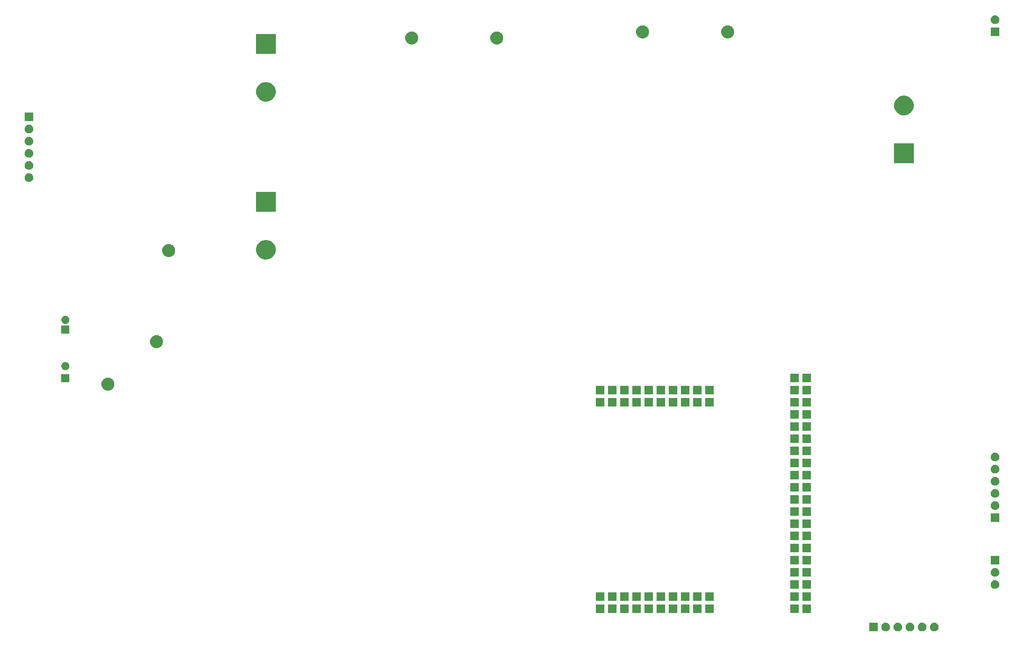
<source format=gbr>
G04 #@! TF.GenerationSoftware,KiCad,Pcbnew,5.1.5-1.fc30*
G04 #@! TF.CreationDate,2020-10-27T14:38:22-05:00*
G04 #@! TF.ProjectId,charger,63686172-6765-4722-9e6b-696361645f70,rev?*
G04 #@! TF.SameCoordinates,Original*
G04 #@! TF.FileFunction,Soldermask,Bot*
G04 #@! TF.FilePolarity,Negative*
%FSLAX46Y46*%
G04 Gerber Fmt 4.6, Leading zero omitted, Abs format (unit mm)*
G04 Created by KiCad (PCBNEW 5.1.5-1.fc30) date 2020-10-27 14:38:22*
%MOMM*%
%LPD*%
G04 APERTURE LIST*
%ADD10C,0.100000*%
G04 APERTURE END LIST*
D10*
G36*
X226173512Y-156583927D02*
G01*
X226322812Y-156613624D01*
X226486784Y-156681544D01*
X226634354Y-156780147D01*
X226759853Y-156905646D01*
X226858456Y-157053216D01*
X226926376Y-157217188D01*
X226961000Y-157391259D01*
X226961000Y-157568741D01*
X226926376Y-157742812D01*
X226858456Y-157906784D01*
X226759853Y-158054354D01*
X226634354Y-158179853D01*
X226486784Y-158278456D01*
X226322812Y-158346376D01*
X226173512Y-158376073D01*
X226148742Y-158381000D01*
X225971258Y-158381000D01*
X225946488Y-158376073D01*
X225797188Y-158346376D01*
X225633216Y-158278456D01*
X225485646Y-158179853D01*
X225360147Y-158054354D01*
X225261544Y-157906784D01*
X225193624Y-157742812D01*
X225159000Y-157568741D01*
X225159000Y-157391259D01*
X225193624Y-157217188D01*
X225261544Y-157053216D01*
X225360147Y-156905646D01*
X225485646Y-156780147D01*
X225633216Y-156681544D01*
X225797188Y-156613624D01*
X225946488Y-156583927D01*
X225971258Y-156579000D01*
X226148742Y-156579000D01*
X226173512Y-156583927D01*
G37*
G36*
X223633512Y-156583927D02*
G01*
X223782812Y-156613624D01*
X223946784Y-156681544D01*
X224094354Y-156780147D01*
X224219853Y-156905646D01*
X224318456Y-157053216D01*
X224386376Y-157217188D01*
X224421000Y-157391259D01*
X224421000Y-157568741D01*
X224386376Y-157742812D01*
X224318456Y-157906784D01*
X224219853Y-158054354D01*
X224094354Y-158179853D01*
X223946784Y-158278456D01*
X223782812Y-158346376D01*
X223633512Y-158376073D01*
X223608742Y-158381000D01*
X223431258Y-158381000D01*
X223406488Y-158376073D01*
X223257188Y-158346376D01*
X223093216Y-158278456D01*
X222945646Y-158179853D01*
X222820147Y-158054354D01*
X222721544Y-157906784D01*
X222653624Y-157742812D01*
X222619000Y-157568741D01*
X222619000Y-157391259D01*
X222653624Y-157217188D01*
X222721544Y-157053216D01*
X222820147Y-156905646D01*
X222945646Y-156780147D01*
X223093216Y-156681544D01*
X223257188Y-156613624D01*
X223406488Y-156583927D01*
X223431258Y-156579000D01*
X223608742Y-156579000D01*
X223633512Y-156583927D01*
G37*
G36*
X214261000Y-158381000D02*
G01*
X212459000Y-158381000D01*
X212459000Y-156579000D01*
X214261000Y-156579000D01*
X214261000Y-158381000D01*
G37*
G36*
X216013512Y-156583927D02*
G01*
X216162812Y-156613624D01*
X216326784Y-156681544D01*
X216474354Y-156780147D01*
X216599853Y-156905646D01*
X216698456Y-157053216D01*
X216766376Y-157217188D01*
X216801000Y-157391259D01*
X216801000Y-157568741D01*
X216766376Y-157742812D01*
X216698456Y-157906784D01*
X216599853Y-158054354D01*
X216474354Y-158179853D01*
X216326784Y-158278456D01*
X216162812Y-158346376D01*
X216013512Y-158376073D01*
X215988742Y-158381000D01*
X215811258Y-158381000D01*
X215786488Y-158376073D01*
X215637188Y-158346376D01*
X215473216Y-158278456D01*
X215325646Y-158179853D01*
X215200147Y-158054354D01*
X215101544Y-157906784D01*
X215033624Y-157742812D01*
X214999000Y-157568741D01*
X214999000Y-157391259D01*
X215033624Y-157217188D01*
X215101544Y-157053216D01*
X215200147Y-156905646D01*
X215325646Y-156780147D01*
X215473216Y-156681544D01*
X215637188Y-156613624D01*
X215786488Y-156583927D01*
X215811258Y-156579000D01*
X215988742Y-156579000D01*
X216013512Y-156583927D01*
G37*
G36*
X221093512Y-156583927D02*
G01*
X221242812Y-156613624D01*
X221406784Y-156681544D01*
X221554354Y-156780147D01*
X221679853Y-156905646D01*
X221778456Y-157053216D01*
X221846376Y-157217188D01*
X221881000Y-157391259D01*
X221881000Y-157568741D01*
X221846376Y-157742812D01*
X221778456Y-157906784D01*
X221679853Y-158054354D01*
X221554354Y-158179853D01*
X221406784Y-158278456D01*
X221242812Y-158346376D01*
X221093512Y-158376073D01*
X221068742Y-158381000D01*
X220891258Y-158381000D01*
X220866488Y-158376073D01*
X220717188Y-158346376D01*
X220553216Y-158278456D01*
X220405646Y-158179853D01*
X220280147Y-158054354D01*
X220181544Y-157906784D01*
X220113624Y-157742812D01*
X220079000Y-157568741D01*
X220079000Y-157391259D01*
X220113624Y-157217188D01*
X220181544Y-157053216D01*
X220280147Y-156905646D01*
X220405646Y-156780147D01*
X220553216Y-156681544D01*
X220717188Y-156613624D01*
X220866488Y-156583927D01*
X220891258Y-156579000D01*
X221068742Y-156579000D01*
X221093512Y-156583927D01*
G37*
G36*
X218553512Y-156583927D02*
G01*
X218702812Y-156613624D01*
X218866784Y-156681544D01*
X219014354Y-156780147D01*
X219139853Y-156905646D01*
X219238456Y-157053216D01*
X219306376Y-157217188D01*
X219341000Y-157391259D01*
X219341000Y-157568741D01*
X219306376Y-157742812D01*
X219238456Y-157906784D01*
X219139853Y-158054354D01*
X219014354Y-158179853D01*
X218866784Y-158278456D01*
X218702812Y-158346376D01*
X218553512Y-158376073D01*
X218528742Y-158381000D01*
X218351258Y-158381000D01*
X218326488Y-158376073D01*
X218177188Y-158346376D01*
X218013216Y-158278456D01*
X217865646Y-158179853D01*
X217740147Y-158054354D01*
X217641544Y-157906784D01*
X217573624Y-157742812D01*
X217539000Y-157568741D01*
X217539000Y-157391259D01*
X217573624Y-157217188D01*
X217641544Y-157053216D01*
X217740147Y-156905646D01*
X217865646Y-156780147D01*
X218013216Y-156681544D01*
X218177188Y-156613624D01*
X218326488Y-156583927D01*
X218351258Y-156579000D01*
X218528742Y-156579000D01*
X218553512Y-156583927D01*
G37*
G36*
X197751000Y-154571000D02*
G01*
X195949000Y-154571000D01*
X195949000Y-152769000D01*
X197751000Y-152769000D01*
X197751000Y-154571000D01*
G37*
G36*
X164731000Y-154571000D02*
G01*
X162929000Y-154571000D01*
X162929000Y-152769000D01*
X164731000Y-152769000D01*
X164731000Y-154571000D01*
G37*
G36*
X179971000Y-154571000D02*
G01*
X178169000Y-154571000D01*
X178169000Y-152769000D01*
X179971000Y-152769000D01*
X179971000Y-154571000D01*
G37*
G36*
X174891000Y-154571000D02*
G01*
X173089000Y-154571000D01*
X173089000Y-152769000D01*
X174891000Y-152769000D01*
X174891000Y-154571000D01*
G37*
G36*
X172351000Y-154571000D02*
G01*
X170549000Y-154571000D01*
X170549000Y-152769000D01*
X172351000Y-152769000D01*
X172351000Y-154571000D01*
G37*
G36*
X169811000Y-154571000D02*
G01*
X168009000Y-154571000D01*
X168009000Y-152769000D01*
X169811000Y-152769000D01*
X169811000Y-154571000D01*
G37*
G36*
X167271000Y-154571000D02*
G01*
X165469000Y-154571000D01*
X165469000Y-152769000D01*
X167271000Y-152769000D01*
X167271000Y-154571000D01*
G37*
G36*
X177431000Y-154571000D02*
G01*
X175629000Y-154571000D01*
X175629000Y-152769000D01*
X177431000Y-152769000D01*
X177431000Y-154571000D01*
G37*
G36*
X162191000Y-154571000D02*
G01*
X160389000Y-154571000D01*
X160389000Y-152769000D01*
X162191000Y-152769000D01*
X162191000Y-154571000D01*
G37*
G36*
X159651000Y-154571000D02*
G01*
X157849000Y-154571000D01*
X157849000Y-152769000D01*
X159651000Y-152769000D01*
X159651000Y-154571000D01*
G37*
G36*
X157111000Y-154571000D02*
G01*
X155309000Y-154571000D01*
X155309000Y-152769000D01*
X157111000Y-152769000D01*
X157111000Y-154571000D01*
G37*
G36*
X200291000Y-154571000D02*
G01*
X198489000Y-154571000D01*
X198489000Y-152769000D01*
X200291000Y-152769000D01*
X200291000Y-154571000D01*
G37*
G36*
X200291000Y-152031000D02*
G01*
X198489000Y-152031000D01*
X198489000Y-150229000D01*
X200291000Y-150229000D01*
X200291000Y-152031000D01*
G37*
G36*
X162191000Y-152031000D02*
G01*
X160389000Y-152031000D01*
X160389000Y-150229000D01*
X162191000Y-150229000D01*
X162191000Y-152031000D01*
G37*
G36*
X157111000Y-152031000D02*
G01*
X155309000Y-152031000D01*
X155309000Y-150229000D01*
X157111000Y-150229000D01*
X157111000Y-152031000D01*
G37*
G36*
X159651000Y-152031000D02*
G01*
X157849000Y-152031000D01*
X157849000Y-150229000D01*
X159651000Y-150229000D01*
X159651000Y-152031000D01*
G37*
G36*
X167271000Y-152031000D02*
G01*
X165469000Y-152031000D01*
X165469000Y-150229000D01*
X167271000Y-150229000D01*
X167271000Y-152031000D01*
G37*
G36*
X169811000Y-152031000D02*
G01*
X168009000Y-152031000D01*
X168009000Y-150229000D01*
X169811000Y-150229000D01*
X169811000Y-152031000D01*
G37*
G36*
X172351000Y-152031000D02*
G01*
X170549000Y-152031000D01*
X170549000Y-150229000D01*
X172351000Y-150229000D01*
X172351000Y-152031000D01*
G37*
G36*
X174891000Y-152031000D02*
G01*
X173089000Y-152031000D01*
X173089000Y-150229000D01*
X174891000Y-150229000D01*
X174891000Y-152031000D01*
G37*
G36*
X177431000Y-152031000D02*
G01*
X175629000Y-152031000D01*
X175629000Y-150229000D01*
X177431000Y-150229000D01*
X177431000Y-152031000D01*
G37*
G36*
X179971000Y-152031000D02*
G01*
X178169000Y-152031000D01*
X178169000Y-150229000D01*
X179971000Y-150229000D01*
X179971000Y-152031000D01*
G37*
G36*
X197751000Y-152031000D02*
G01*
X195949000Y-152031000D01*
X195949000Y-150229000D01*
X197751000Y-150229000D01*
X197751000Y-152031000D01*
G37*
G36*
X164731000Y-152031000D02*
G01*
X162929000Y-152031000D01*
X162929000Y-150229000D01*
X164731000Y-150229000D01*
X164731000Y-152031000D01*
G37*
G36*
X200291000Y-149491000D02*
G01*
X198489000Y-149491000D01*
X198489000Y-147689000D01*
X200291000Y-147689000D01*
X200291000Y-149491000D01*
G37*
G36*
X197751000Y-149491000D02*
G01*
X195949000Y-149491000D01*
X195949000Y-147689000D01*
X197751000Y-147689000D01*
X197751000Y-149491000D01*
G37*
G36*
X238873512Y-147693927D02*
G01*
X239022812Y-147723624D01*
X239186784Y-147791544D01*
X239334354Y-147890147D01*
X239459853Y-148015646D01*
X239558456Y-148163216D01*
X239626376Y-148327188D01*
X239661000Y-148501259D01*
X239661000Y-148678741D01*
X239626376Y-148852812D01*
X239558456Y-149016784D01*
X239459853Y-149164354D01*
X239334354Y-149289853D01*
X239186784Y-149388456D01*
X239022812Y-149456376D01*
X238873512Y-149486073D01*
X238848742Y-149491000D01*
X238671258Y-149491000D01*
X238646488Y-149486073D01*
X238497188Y-149456376D01*
X238333216Y-149388456D01*
X238185646Y-149289853D01*
X238060147Y-149164354D01*
X237961544Y-149016784D01*
X237893624Y-148852812D01*
X237859000Y-148678741D01*
X237859000Y-148501259D01*
X237893624Y-148327188D01*
X237961544Y-148163216D01*
X238060147Y-148015646D01*
X238185646Y-147890147D01*
X238333216Y-147791544D01*
X238497188Y-147723624D01*
X238646488Y-147693927D01*
X238671258Y-147689000D01*
X238848742Y-147689000D01*
X238873512Y-147693927D01*
G37*
G36*
X238873512Y-145153927D02*
G01*
X239022812Y-145183624D01*
X239186784Y-145251544D01*
X239334354Y-145350147D01*
X239459853Y-145475646D01*
X239558456Y-145623216D01*
X239626376Y-145787188D01*
X239661000Y-145961259D01*
X239661000Y-146138741D01*
X239626376Y-146312812D01*
X239558456Y-146476784D01*
X239459853Y-146624354D01*
X239334354Y-146749853D01*
X239186784Y-146848456D01*
X239022812Y-146916376D01*
X238873512Y-146946073D01*
X238848742Y-146951000D01*
X238671258Y-146951000D01*
X238646488Y-146946073D01*
X238497188Y-146916376D01*
X238333216Y-146848456D01*
X238185646Y-146749853D01*
X238060147Y-146624354D01*
X237961544Y-146476784D01*
X237893624Y-146312812D01*
X237859000Y-146138741D01*
X237859000Y-145961259D01*
X237893624Y-145787188D01*
X237961544Y-145623216D01*
X238060147Y-145475646D01*
X238185646Y-145350147D01*
X238333216Y-145251544D01*
X238497188Y-145183624D01*
X238646488Y-145153927D01*
X238671258Y-145149000D01*
X238848742Y-145149000D01*
X238873512Y-145153927D01*
G37*
G36*
X197751000Y-146951000D02*
G01*
X195949000Y-146951000D01*
X195949000Y-145149000D01*
X197751000Y-145149000D01*
X197751000Y-146951000D01*
G37*
G36*
X200291000Y-146951000D02*
G01*
X198489000Y-146951000D01*
X198489000Y-145149000D01*
X200291000Y-145149000D01*
X200291000Y-146951000D01*
G37*
G36*
X197751000Y-144411000D02*
G01*
X195949000Y-144411000D01*
X195949000Y-142609000D01*
X197751000Y-142609000D01*
X197751000Y-144411000D01*
G37*
G36*
X200291000Y-144411000D02*
G01*
X198489000Y-144411000D01*
X198489000Y-142609000D01*
X200291000Y-142609000D01*
X200291000Y-144411000D01*
G37*
G36*
X239661000Y-144411000D02*
G01*
X237859000Y-144411000D01*
X237859000Y-142609000D01*
X239661000Y-142609000D01*
X239661000Y-144411000D01*
G37*
G36*
X197751000Y-141871000D02*
G01*
X195949000Y-141871000D01*
X195949000Y-140069000D01*
X197751000Y-140069000D01*
X197751000Y-141871000D01*
G37*
G36*
X200291000Y-141871000D02*
G01*
X198489000Y-141871000D01*
X198489000Y-140069000D01*
X200291000Y-140069000D01*
X200291000Y-141871000D01*
G37*
G36*
X197751000Y-139331000D02*
G01*
X195949000Y-139331000D01*
X195949000Y-137529000D01*
X197751000Y-137529000D01*
X197751000Y-139331000D01*
G37*
G36*
X200291000Y-139331000D02*
G01*
X198489000Y-139331000D01*
X198489000Y-137529000D01*
X200291000Y-137529000D01*
X200291000Y-139331000D01*
G37*
G36*
X200291000Y-136791000D02*
G01*
X198489000Y-136791000D01*
X198489000Y-134989000D01*
X200291000Y-134989000D01*
X200291000Y-136791000D01*
G37*
G36*
X197751000Y-136791000D02*
G01*
X195949000Y-136791000D01*
X195949000Y-134989000D01*
X197751000Y-134989000D01*
X197751000Y-136791000D01*
G37*
G36*
X239661000Y-135521000D02*
G01*
X237859000Y-135521000D01*
X237859000Y-133719000D01*
X239661000Y-133719000D01*
X239661000Y-135521000D01*
G37*
G36*
X200291000Y-134251000D02*
G01*
X198489000Y-134251000D01*
X198489000Y-132449000D01*
X200291000Y-132449000D01*
X200291000Y-134251000D01*
G37*
G36*
X197751000Y-134251000D02*
G01*
X195949000Y-134251000D01*
X195949000Y-132449000D01*
X197751000Y-132449000D01*
X197751000Y-134251000D01*
G37*
G36*
X238873512Y-131183927D02*
G01*
X239022812Y-131213624D01*
X239186784Y-131281544D01*
X239334354Y-131380147D01*
X239459853Y-131505646D01*
X239558456Y-131653216D01*
X239626376Y-131817188D01*
X239661000Y-131991259D01*
X239661000Y-132168741D01*
X239626376Y-132342812D01*
X239558456Y-132506784D01*
X239459853Y-132654354D01*
X239334354Y-132779853D01*
X239186784Y-132878456D01*
X239022812Y-132946376D01*
X238873512Y-132976073D01*
X238848742Y-132981000D01*
X238671258Y-132981000D01*
X238646488Y-132976073D01*
X238497188Y-132946376D01*
X238333216Y-132878456D01*
X238185646Y-132779853D01*
X238060147Y-132654354D01*
X237961544Y-132506784D01*
X237893624Y-132342812D01*
X237859000Y-132168741D01*
X237859000Y-131991259D01*
X237893624Y-131817188D01*
X237961544Y-131653216D01*
X238060147Y-131505646D01*
X238185646Y-131380147D01*
X238333216Y-131281544D01*
X238497188Y-131213624D01*
X238646488Y-131183927D01*
X238671258Y-131179000D01*
X238848742Y-131179000D01*
X238873512Y-131183927D01*
G37*
G36*
X200291000Y-131711000D02*
G01*
X198489000Y-131711000D01*
X198489000Y-129909000D01*
X200291000Y-129909000D01*
X200291000Y-131711000D01*
G37*
G36*
X197751000Y-131711000D02*
G01*
X195949000Y-131711000D01*
X195949000Y-129909000D01*
X197751000Y-129909000D01*
X197751000Y-131711000D01*
G37*
G36*
X238873512Y-128643927D02*
G01*
X239022812Y-128673624D01*
X239186784Y-128741544D01*
X239334354Y-128840147D01*
X239459853Y-128965646D01*
X239558456Y-129113216D01*
X239626376Y-129277188D01*
X239661000Y-129451259D01*
X239661000Y-129628741D01*
X239626376Y-129802812D01*
X239558456Y-129966784D01*
X239459853Y-130114354D01*
X239334354Y-130239853D01*
X239186784Y-130338456D01*
X239022812Y-130406376D01*
X238873512Y-130436073D01*
X238848742Y-130441000D01*
X238671258Y-130441000D01*
X238646488Y-130436073D01*
X238497188Y-130406376D01*
X238333216Y-130338456D01*
X238185646Y-130239853D01*
X238060147Y-130114354D01*
X237961544Y-129966784D01*
X237893624Y-129802812D01*
X237859000Y-129628741D01*
X237859000Y-129451259D01*
X237893624Y-129277188D01*
X237961544Y-129113216D01*
X238060147Y-128965646D01*
X238185646Y-128840147D01*
X238333216Y-128741544D01*
X238497188Y-128673624D01*
X238646488Y-128643927D01*
X238671258Y-128639000D01*
X238848742Y-128639000D01*
X238873512Y-128643927D01*
G37*
G36*
X200291000Y-129171000D02*
G01*
X198489000Y-129171000D01*
X198489000Y-127369000D01*
X200291000Y-127369000D01*
X200291000Y-129171000D01*
G37*
G36*
X197751000Y-129171000D02*
G01*
X195949000Y-129171000D01*
X195949000Y-127369000D01*
X197751000Y-127369000D01*
X197751000Y-129171000D01*
G37*
G36*
X238873512Y-126103927D02*
G01*
X239022812Y-126133624D01*
X239186784Y-126201544D01*
X239334354Y-126300147D01*
X239459853Y-126425646D01*
X239558456Y-126573216D01*
X239626376Y-126737188D01*
X239661000Y-126911259D01*
X239661000Y-127088741D01*
X239626376Y-127262812D01*
X239558456Y-127426784D01*
X239459853Y-127574354D01*
X239334354Y-127699853D01*
X239186784Y-127798456D01*
X239022812Y-127866376D01*
X238873512Y-127896073D01*
X238848742Y-127901000D01*
X238671258Y-127901000D01*
X238646488Y-127896073D01*
X238497188Y-127866376D01*
X238333216Y-127798456D01*
X238185646Y-127699853D01*
X238060147Y-127574354D01*
X237961544Y-127426784D01*
X237893624Y-127262812D01*
X237859000Y-127088741D01*
X237859000Y-126911259D01*
X237893624Y-126737188D01*
X237961544Y-126573216D01*
X238060147Y-126425646D01*
X238185646Y-126300147D01*
X238333216Y-126201544D01*
X238497188Y-126133624D01*
X238646488Y-126103927D01*
X238671258Y-126099000D01*
X238848742Y-126099000D01*
X238873512Y-126103927D01*
G37*
G36*
X200291000Y-126631000D02*
G01*
X198489000Y-126631000D01*
X198489000Y-124829000D01*
X200291000Y-124829000D01*
X200291000Y-126631000D01*
G37*
G36*
X197751000Y-126631000D02*
G01*
X195949000Y-126631000D01*
X195949000Y-124829000D01*
X197751000Y-124829000D01*
X197751000Y-126631000D01*
G37*
G36*
X238873512Y-123563927D02*
G01*
X239022812Y-123593624D01*
X239186784Y-123661544D01*
X239334354Y-123760147D01*
X239459853Y-123885646D01*
X239558456Y-124033216D01*
X239626376Y-124197188D01*
X239661000Y-124371259D01*
X239661000Y-124548741D01*
X239626376Y-124722812D01*
X239558456Y-124886784D01*
X239459853Y-125034354D01*
X239334354Y-125159853D01*
X239186784Y-125258456D01*
X239022812Y-125326376D01*
X238873512Y-125356073D01*
X238848742Y-125361000D01*
X238671258Y-125361000D01*
X238646488Y-125356073D01*
X238497188Y-125326376D01*
X238333216Y-125258456D01*
X238185646Y-125159853D01*
X238060147Y-125034354D01*
X237961544Y-124886784D01*
X237893624Y-124722812D01*
X237859000Y-124548741D01*
X237859000Y-124371259D01*
X237893624Y-124197188D01*
X237961544Y-124033216D01*
X238060147Y-123885646D01*
X238185646Y-123760147D01*
X238333216Y-123661544D01*
X238497188Y-123593624D01*
X238646488Y-123563927D01*
X238671258Y-123559000D01*
X238848742Y-123559000D01*
X238873512Y-123563927D01*
G37*
G36*
X197751000Y-124091000D02*
G01*
X195949000Y-124091000D01*
X195949000Y-122289000D01*
X197751000Y-122289000D01*
X197751000Y-124091000D01*
G37*
G36*
X200291000Y-124091000D02*
G01*
X198489000Y-124091000D01*
X198489000Y-122289000D01*
X200291000Y-122289000D01*
X200291000Y-124091000D01*
G37*
G36*
X238873512Y-121023927D02*
G01*
X239022812Y-121053624D01*
X239186784Y-121121544D01*
X239334354Y-121220147D01*
X239459853Y-121345646D01*
X239558456Y-121493216D01*
X239626376Y-121657188D01*
X239661000Y-121831259D01*
X239661000Y-122008741D01*
X239626376Y-122182812D01*
X239558456Y-122346784D01*
X239459853Y-122494354D01*
X239334354Y-122619853D01*
X239186784Y-122718456D01*
X239022812Y-122786376D01*
X238873512Y-122816073D01*
X238848742Y-122821000D01*
X238671258Y-122821000D01*
X238646488Y-122816073D01*
X238497188Y-122786376D01*
X238333216Y-122718456D01*
X238185646Y-122619853D01*
X238060147Y-122494354D01*
X237961544Y-122346784D01*
X237893624Y-122182812D01*
X237859000Y-122008741D01*
X237859000Y-121831259D01*
X237893624Y-121657188D01*
X237961544Y-121493216D01*
X238060147Y-121345646D01*
X238185646Y-121220147D01*
X238333216Y-121121544D01*
X238497188Y-121053624D01*
X238646488Y-121023927D01*
X238671258Y-121019000D01*
X238848742Y-121019000D01*
X238873512Y-121023927D01*
G37*
G36*
X197751000Y-121551000D02*
G01*
X195949000Y-121551000D01*
X195949000Y-119749000D01*
X197751000Y-119749000D01*
X197751000Y-121551000D01*
G37*
G36*
X200291000Y-121551000D02*
G01*
X198489000Y-121551000D01*
X198489000Y-119749000D01*
X200291000Y-119749000D01*
X200291000Y-121551000D01*
G37*
G36*
X200291000Y-119011000D02*
G01*
X198489000Y-119011000D01*
X198489000Y-117209000D01*
X200291000Y-117209000D01*
X200291000Y-119011000D01*
G37*
G36*
X197751000Y-119011000D02*
G01*
X195949000Y-119011000D01*
X195949000Y-117209000D01*
X197751000Y-117209000D01*
X197751000Y-119011000D01*
G37*
G36*
X200291000Y-116471000D02*
G01*
X198489000Y-116471000D01*
X198489000Y-114669000D01*
X200291000Y-114669000D01*
X200291000Y-116471000D01*
G37*
G36*
X197751000Y-116471000D02*
G01*
X195949000Y-116471000D01*
X195949000Y-114669000D01*
X197751000Y-114669000D01*
X197751000Y-116471000D01*
G37*
G36*
X200291000Y-113931000D02*
G01*
X198489000Y-113931000D01*
X198489000Y-112129000D01*
X200291000Y-112129000D01*
X200291000Y-113931000D01*
G37*
G36*
X197751000Y-113931000D02*
G01*
X195949000Y-113931000D01*
X195949000Y-112129000D01*
X197751000Y-112129000D01*
X197751000Y-113931000D01*
G37*
G36*
X172351000Y-111391000D02*
G01*
X170549000Y-111391000D01*
X170549000Y-109589000D01*
X172351000Y-109589000D01*
X172351000Y-111391000D01*
G37*
G36*
X157111000Y-111391000D02*
G01*
X155309000Y-111391000D01*
X155309000Y-109589000D01*
X157111000Y-109589000D01*
X157111000Y-111391000D01*
G37*
G36*
X159651000Y-111391000D02*
G01*
X157849000Y-111391000D01*
X157849000Y-109589000D01*
X159651000Y-109589000D01*
X159651000Y-111391000D01*
G37*
G36*
X162191000Y-111391000D02*
G01*
X160389000Y-111391000D01*
X160389000Y-109589000D01*
X162191000Y-109589000D01*
X162191000Y-111391000D01*
G37*
G36*
X164731000Y-111391000D02*
G01*
X162929000Y-111391000D01*
X162929000Y-109589000D01*
X164731000Y-109589000D01*
X164731000Y-111391000D01*
G37*
G36*
X167271000Y-111391000D02*
G01*
X165469000Y-111391000D01*
X165469000Y-109589000D01*
X167271000Y-109589000D01*
X167271000Y-111391000D01*
G37*
G36*
X169811000Y-111391000D02*
G01*
X168009000Y-111391000D01*
X168009000Y-109589000D01*
X169811000Y-109589000D01*
X169811000Y-111391000D01*
G37*
G36*
X177431000Y-111391000D02*
G01*
X175629000Y-111391000D01*
X175629000Y-109589000D01*
X177431000Y-109589000D01*
X177431000Y-111391000D01*
G37*
G36*
X200291000Y-111391000D02*
G01*
X198489000Y-111391000D01*
X198489000Y-109589000D01*
X200291000Y-109589000D01*
X200291000Y-111391000D01*
G37*
G36*
X197751000Y-111391000D02*
G01*
X195949000Y-111391000D01*
X195949000Y-109589000D01*
X197751000Y-109589000D01*
X197751000Y-111391000D01*
G37*
G36*
X179971000Y-111391000D02*
G01*
X178169000Y-111391000D01*
X178169000Y-109589000D01*
X179971000Y-109589000D01*
X179971000Y-111391000D01*
G37*
G36*
X174891000Y-111391000D02*
G01*
X173089000Y-111391000D01*
X173089000Y-109589000D01*
X174891000Y-109589000D01*
X174891000Y-111391000D01*
G37*
G36*
X177431000Y-108851000D02*
G01*
X175629000Y-108851000D01*
X175629000Y-107049000D01*
X177431000Y-107049000D01*
X177431000Y-108851000D01*
G37*
G36*
X200291000Y-108851000D02*
G01*
X198489000Y-108851000D01*
X198489000Y-107049000D01*
X200291000Y-107049000D01*
X200291000Y-108851000D01*
G37*
G36*
X179971000Y-108851000D02*
G01*
X178169000Y-108851000D01*
X178169000Y-107049000D01*
X179971000Y-107049000D01*
X179971000Y-108851000D01*
G37*
G36*
X174891000Y-108851000D02*
G01*
X173089000Y-108851000D01*
X173089000Y-107049000D01*
X174891000Y-107049000D01*
X174891000Y-108851000D01*
G37*
G36*
X172351000Y-108851000D02*
G01*
X170549000Y-108851000D01*
X170549000Y-107049000D01*
X172351000Y-107049000D01*
X172351000Y-108851000D01*
G37*
G36*
X169811000Y-108851000D02*
G01*
X168009000Y-108851000D01*
X168009000Y-107049000D01*
X169811000Y-107049000D01*
X169811000Y-108851000D01*
G37*
G36*
X164731000Y-108851000D02*
G01*
X162929000Y-108851000D01*
X162929000Y-107049000D01*
X164731000Y-107049000D01*
X164731000Y-108851000D01*
G37*
G36*
X167271000Y-108851000D02*
G01*
X165469000Y-108851000D01*
X165469000Y-107049000D01*
X167271000Y-107049000D01*
X167271000Y-108851000D01*
G37*
G36*
X197751000Y-108851000D02*
G01*
X195949000Y-108851000D01*
X195949000Y-107049000D01*
X197751000Y-107049000D01*
X197751000Y-108851000D01*
G37*
G36*
X157111000Y-108851000D02*
G01*
X155309000Y-108851000D01*
X155309000Y-107049000D01*
X157111000Y-107049000D01*
X157111000Y-108851000D01*
G37*
G36*
X159651000Y-108851000D02*
G01*
X157849000Y-108851000D01*
X157849000Y-107049000D01*
X159651000Y-107049000D01*
X159651000Y-108851000D01*
G37*
G36*
X162191000Y-108851000D02*
G01*
X160389000Y-108851000D01*
X160389000Y-107049000D01*
X162191000Y-107049000D01*
X162191000Y-108851000D01*
G37*
G36*
X53734072Y-105380918D02*
G01*
X53979939Y-105482759D01*
X54201212Y-105630610D01*
X54389390Y-105818788D01*
X54537241Y-106040061D01*
X54639082Y-106285928D01*
X54691000Y-106546938D01*
X54691000Y-106813062D01*
X54639082Y-107074072D01*
X54537241Y-107319939D01*
X54389390Y-107541212D01*
X54201212Y-107729390D01*
X53979939Y-107877241D01*
X53979938Y-107877242D01*
X53979937Y-107877242D01*
X53734072Y-107979082D01*
X53473063Y-108031000D01*
X53206937Y-108031000D01*
X52945928Y-107979082D01*
X52700063Y-107877242D01*
X52700062Y-107877242D01*
X52700061Y-107877241D01*
X52478788Y-107729390D01*
X52290610Y-107541212D01*
X52142759Y-107319939D01*
X52040918Y-107074072D01*
X51989000Y-106813062D01*
X51989000Y-106546938D01*
X52040918Y-106285928D01*
X52142759Y-106040061D01*
X52290610Y-105818788D01*
X52478788Y-105630610D01*
X52700061Y-105482759D01*
X52945928Y-105380918D01*
X53206937Y-105329000D01*
X53473063Y-105329000D01*
X53734072Y-105380918D01*
G37*
G36*
X197751000Y-106311000D02*
G01*
X195949000Y-106311000D01*
X195949000Y-104509000D01*
X197751000Y-104509000D01*
X197751000Y-106311000D01*
G37*
G36*
X200291000Y-106311000D02*
G01*
X198489000Y-106311000D01*
X198489000Y-104509000D01*
X200291000Y-104509000D01*
X200291000Y-106311000D01*
G37*
G36*
X45301000Y-106261000D02*
G01*
X43599000Y-106261000D01*
X43599000Y-104559000D01*
X45301000Y-104559000D01*
X45301000Y-106261000D01*
G37*
G36*
X44698228Y-102091703D02*
G01*
X44853100Y-102155853D01*
X44992481Y-102248985D01*
X45111015Y-102367519D01*
X45204147Y-102506900D01*
X45268297Y-102661772D01*
X45301000Y-102826184D01*
X45301000Y-102993816D01*
X45268297Y-103158228D01*
X45204147Y-103313100D01*
X45111015Y-103452481D01*
X44992481Y-103571015D01*
X44853100Y-103664147D01*
X44698228Y-103728297D01*
X44533816Y-103761000D01*
X44366184Y-103761000D01*
X44201772Y-103728297D01*
X44046900Y-103664147D01*
X43907519Y-103571015D01*
X43788985Y-103452481D01*
X43695853Y-103313100D01*
X43631703Y-103158228D01*
X43599000Y-102993816D01*
X43599000Y-102826184D01*
X43631703Y-102661772D01*
X43695853Y-102506900D01*
X43788985Y-102367519D01*
X43907519Y-102248985D01*
X44046900Y-102155853D01*
X44201772Y-102091703D01*
X44366184Y-102059000D01*
X44533816Y-102059000D01*
X44698228Y-102091703D01*
G37*
G36*
X63894072Y-96490918D02*
G01*
X64139939Y-96592759D01*
X64361212Y-96740610D01*
X64549390Y-96928788D01*
X64697241Y-97150061D01*
X64799082Y-97395928D01*
X64851000Y-97656938D01*
X64851000Y-97923062D01*
X64799082Y-98184072D01*
X64697241Y-98429939D01*
X64549390Y-98651212D01*
X64361212Y-98839390D01*
X64139939Y-98987241D01*
X64139938Y-98987242D01*
X64139937Y-98987242D01*
X63894072Y-99089082D01*
X63633063Y-99141000D01*
X63366937Y-99141000D01*
X63105928Y-99089082D01*
X62860063Y-98987242D01*
X62860062Y-98987242D01*
X62860061Y-98987241D01*
X62638788Y-98839390D01*
X62450610Y-98651212D01*
X62302759Y-98429939D01*
X62200918Y-98184072D01*
X62149000Y-97923062D01*
X62149000Y-97656938D01*
X62200918Y-97395928D01*
X62302759Y-97150061D01*
X62450610Y-96928788D01*
X62638788Y-96740610D01*
X62860061Y-96592759D01*
X63105928Y-96490918D01*
X63366937Y-96439000D01*
X63633063Y-96439000D01*
X63894072Y-96490918D01*
G37*
G36*
X45301000Y-96101000D02*
G01*
X43599000Y-96101000D01*
X43599000Y-94399000D01*
X45301000Y-94399000D01*
X45301000Y-96101000D01*
G37*
G36*
X44698228Y-92431703D02*
G01*
X44853100Y-92495853D01*
X44992481Y-92588985D01*
X45111015Y-92707519D01*
X45204147Y-92846900D01*
X45268297Y-93001772D01*
X45301000Y-93166184D01*
X45301000Y-93333816D01*
X45268297Y-93498228D01*
X45204147Y-93653100D01*
X45111015Y-93792481D01*
X44992481Y-93911015D01*
X44853100Y-94004147D01*
X44698228Y-94068297D01*
X44533816Y-94101000D01*
X44366184Y-94101000D01*
X44201772Y-94068297D01*
X44046900Y-94004147D01*
X43907519Y-93911015D01*
X43788985Y-93792481D01*
X43695853Y-93653100D01*
X43631703Y-93498228D01*
X43599000Y-93333816D01*
X43599000Y-93166184D01*
X43631703Y-93001772D01*
X43695853Y-92846900D01*
X43788985Y-92707519D01*
X43907519Y-92588985D01*
X44046900Y-92495853D01*
X44201772Y-92431703D01*
X44366184Y-92399000D01*
X44533816Y-92399000D01*
X44698228Y-92431703D01*
G37*
G36*
X86958254Y-76607818D02*
G01*
X87331511Y-76762426D01*
X87331513Y-76762427D01*
X87667436Y-76986884D01*
X87953116Y-77272564D01*
X88177574Y-77608489D01*
X88332182Y-77981746D01*
X88411000Y-78377993D01*
X88411000Y-78782007D01*
X88332182Y-79178254D01*
X88248642Y-79379937D01*
X88177573Y-79551513D01*
X87953116Y-79887436D01*
X87667436Y-80173116D01*
X87331513Y-80397573D01*
X87331512Y-80397574D01*
X87331511Y-80397574D01*
X86958254Y-80552182D01*
X86562007Y-80631000D01*
X86157993Y-80631000D01*
X85761746Y-80552182D01*
X85388489Y-80397574D01*
X85388488Y-80397574D01*
X85388487Y-80397573D01*
X85052564Y-80173116D01*
X84766884Y-79887436D01*
X84542427Y-79551513D01*
X84471358Y-79379937D01*
X84387818Y-79178254D01*
X84309000Y-78782007D01*
X84309000Y-78377993D01*
X84387818Y-77981746D01*
X84542426Y-77608489D01*
X84766884Y-77272564D01*
X85052564Y-76986884D01*
X85388487Y-76762427D01*
X85388489Y-76762426D01*
X85761746Y-76607818D01*
X86157993Y-76529000D01*
X86562007Y-76529000D01*
X86958254Y-76607818D01*
G37*
G36*
X66434072Y-77440918D02*
G01*
X66679939Y-77542759D01*
X66778307Y-77608487D01*
X66901211Y-77690609D01*
X67089391Y-77878789D01*
X67237242Y-78100063D01*
X67339082Y-78345928D01*
X67391000Y-78606937D01*
X67391000Y-78873063D01*
X67339082Y-79134072D01*
X67237242Y-79379937D01*
X67122600Y-79551511D01*
X67089390Y-79601212D01*
X66901212Y-79789390D01*
X66679939Y-79937241D01*
X66679938Y-79937242D01*
X66679937Y-79937242D01*
X66434072Y-80039082D01*
X66173063Y-80091000D01*
X65906937Y-80091000D01*
X65645928Y-80039082D01*
X65400063Y-79937242D01*
X65400062Y-79937242D01*
X65400061Y-79937241D01*
X65178788Y-79789390D01*
X64990610Y-79601212D01*
X64957401Y-79551511D01*
X64842758Y-79379937D01*
X64740918Y-79134072D01*
X64689000Y-78873063D01*
X64689000Y-78606937D01*
X64740918Y-78345928D01*
X64842758Y-78100063D01*
X64990609Y-77878789D01*
X65178789Y-77690609D01*
X65301693Y-77608487D01*
X65400061Y-77542759D01*
X65645928Y-77440918D01*
X65906937Y-77389000D01*
X66173063Y-77389000D01*
X66434072Y-77440918D01*
G37*
G36*
X88411000Y-70631000D02*
G01*
X84309000Y-70631000D01*
X84309000Y-66529000D01*
X88411000Y-66529000D01*
X88411000Y-70631000D01*
G37*
G36*
X36943512Y-62603927D02*
G01*
X37092812Y-62633624D01*
X37256784Y-62701544D01*
X37404354Y-62800147D01*
X37529853Y-62925646D01*
X37628456Y-63073216D01*
X37696376Y-63237188D01*
X37731000Y-63411259D01*
X37731000Y-63588741D01*
X37696376Y-63762812D01*
X37628456Y-63926784D01*
X37529853Y-64074354D01*
X37404354Y-64199853D01*
X37256784Y-64298456D01*
X37092812Y-64366376D01*
X36943512Y-64396073D01*
X36918742Y-64401000D01*
X36741258Y-64401000D01*
X36716488Y-64396073D01*
X36567188Y-64366376D01*
X36403216Y-64298456D01*
X36255646Y-64199853D01*
X36130147Y-64074354D01*
X36031544Y-63926784D01*
X35963624Y-63762812D01*
X35929000Y-63588741D01*
X35929000Y-63411259D01*
X35963624Y-63237188D01*
X36031544Y-63073216D01*
X36130147Y-62925646D01*
X36255646Y-62800147D01*
X36403216Y-62701544D01*
X36567188Y-62633624D01*
X36716488Y-62603927D01*
X36741258Y-62599000D01*
X36918742Y-62599000D01*
X36943512Y-62603927D01*
G37*
G36*
X36943512Y-60063927D02*
G01*
X37092812Y-60093624D01*
X37256784Y-60161544D01*
X37404354Y-60260147D01*
X37529853Y-60385646D01*
X37628456Y-60533216D01*
X37696376Y-60697188D01*
X37731000Y-60871259D01*
X37731000Y-61048741D01*
X37696376Y-61222812D01*
X37628456Y-61386784D01*
X37529853Y-61534354D01*
X37404354Y-61659853D01*
X37256784Y-61758456D01*
X37092812Y-61826376D01*
X36943512Y-61856073D01*
X36918742Y-61861000D01*
X36741258Y-61861000D01*
X36716488Y-61856073D01*
X36567188Y-61826376D01*
X36403216Y-61758456D01*
X36255646Y-61659853D01*
X36130147Y-61534354D01*
X36031544Y-61386784D01*
X35963624Y-61222812D01*
X35929000Y-61048741D01*
X35929000Y-60871259D01*
X35963624Y-60697188D01*
X36031544Y-60533216D01*
X36130147Y-60385646D01*
X36255646Y-60260147D01*
X36403216Y-60161544D01*
X36567188Y-60093624D01*
X36716488Y-60063927D01*
X36741258Y-60059000D01*
X36918742Y-60059000D01*
X36943512Y-60063927D01*
G37*
G36*
X221761000Y-60471000D02*
G01*
X217659000Y-60471000D01*
X217659000Y-56369000D01*
X221761000Y-56369000D01*
X221761000Y-60471000D01*
G37*
G36*
X36943512Y-57523927D02*
G01*
X37092812Y-57553624D01*
X37256784Y-57621544D01*
X37404354Y-57720147D01*
X37529853Y-57845646D01*
X37628456Y-57993216D01*
X37696376Y-58157188D01*
X37731000Y-58331259D01*
X37731000Y-58508741D01*
X37696376Y-58682812D01*
X37628456Y-58846784D01*
X37529853Y-58994354D01*
X37404354Y-59119853D01*
X37256784Y-59218456D01*
X37092812Y-59286376D01*
X36943512Y-59316073D01*
X36918742Y-59321000D01*
X36741258Y-59321000D01*
X36716488Y-59316073D01*
X36567188Y-59286376D01*
X36403216Y-59218456D01*
X36255646Y-59119853D01*
X36130147Y-58994354D01*
X36031544Y-58846784D01*
X35963624Y-58682812D01*
X35929000Y-58508741D01*
X35929000Y-58331259D01*
X35963624Y-58157188D01*
X36031544Y-57993216D01*
X36130147Y-57845646D01*
X36255646Y-57720147D01*
X36403216Y-57621544D01*
X36567188Y-57553624D01*
X36716488Y-57523927D01*
X36741258Y-57519000D01*
X36918742Y-57519000D01*
X36943512Y-57523927D01*
G37*
G36*
X36943512Y-54983927D02*
G01*
X37092812Y-55013624D01*
X37256784Y-55081544D01*
X37404354Y-55180147D01*
X37529853Y-55305646D01*
X37628456Y-55453216D01*
X37696376Y-55617188D01*
X37731000Y-55791259D01*
X37731000Y-55968741D01*
X37696376Y-56142812D01*
X37628456Y-56306784D01*
X37529853Y-56454354D01*
X37404354Y-56579853D01*
X37256784Y-56678456D01*
X37092812Y-56746376D01*
X36943512Y-56776073D01*
X36918742Y-56781000D01*
X36741258Y-56781000D01*
X36716488Y-56776073D01*
X36567188Y-56746376D01*
X36403216Y-56678456D01*
X36255646Y-56579853D01*
X36130147Y-56454354D01*
X36031544Y-56306784D01*
X35963624Y-56142812D01*
X35929000Y-55968741D01*
X35929000Y-55791259D01*
X35963624Y-55617188D01*
X36031544Y-55453216D01*
X36130147Y-55305646D01*
X36255646Y-55180147D01*
X36403216Y-55081544D01*
X36567188Y-55013624D01*
X36716488Y-54983927D01*
X36741258Y-54979000D01*
X36918742Y-54979000D01*
X36943512Y-54983927D01*
G37*
G36*
X36943512Y-52443927D02*
G01*
X37092812Y-52473624D01*
X37256784Y-52541544D01*
X37404354Y-52640147D01*
X37529853Y-52765646D01*
X37628456Y-52913216D01*
X37696376Y-53077188D01*
X37731000Y-53251259D01*
X37731000Y-53428741D01*
X37696376Y-53602812D01*
X37628456Y-53766784D01*
X37529853Y-53914354D01*
X37404354Y-54039853D01*
X37256784Y-54138456D01*
X37092812Y-54206376D01*
X36943512Y-54236073D01*
X36918742Y-54241000D01*
X36741258Y-54241000D01*
X36716488Y-54236073D01*
X36567188Y-54206376D01*
X36403216Y-54138456D01*
X36255646Y-54039853D01*
X36130147Y-53914354D01*
X36031544Y-53766784D01*
X35963624Y-53602812D01*
X35929000Y-53428741D01*
X35929000Y-53251259D01*
X35963624Y-53077188D01*
X36031544Y-52913216D01*
X36130147Y-52765646D01*
X36255646Y-52640147D01*
X36403216Y-52541544D01*
X36567188Y-52473624D01*
X36716488Y-52443927D01*
X36741258Y-52439000D01*
X36918742Y-52439000D01*
X36943512Y-52443927D01*
G37*
G36*
X37731000Y-51701000D02*
G01*
X35929000Y-51701000D01*
X35929000Y-49899000D01*
X37731000Y-49899000D01*
X37731000Y-51701000D01*
G37*
G36*
X220308254Y-46447818D02*
G01*
X220681511Y-46602426D01*
X220681513Y-46602427D01*
X221017436Y-46826884D01*
X221303116Y-47112564D01*
X221480190Y-47377573D01*
X221527574Y-47448489D01*
X221682182Y-47821746D01*
X221761000Y-48217993D01*
X221761000Y-48622007D01*
X221682182Y-49018254D01*
X221527574Y-49391511D01*
X221527573Y-49391513D01*
X221303116Y-49727436D01*
X221017436Y-50013116D01*
X220681513Y-50237573D01*
X220681512Y-50237574D01*
X220681511Y-50237574D01*
X220308254Y-50392182D01*
X219912007Y-50471000D01*
X219507993Y-50471000D01*
X219111746Y-50392182D01*
X218738489Y-50237574D01*
X218738488Y-50237574D01*
X218738487Y-50237573D01*
X218402564Y-50013116D01*
X218116884Y-49727436D01*
X217892427Y-49391513D01*
X217892426Y-49391511D01*
X217737818Y-49018254D01*
X217659000Y-48622007D01*
X217659000Y-48217993D01*
X217737818Y-47821746D01*
X217892426Y-47448489D01*
X217939811Y-47377573D01*
X218116884Y-47112564D01*
X218402564Y-46826884D01*
X218738487Y-46602427D01*
X218738489Y-46602426D01*
X219111746Y-46447818D01*
X219507993Y-46369000D01*
X219912007Y-46369000D01*
X220308254Y-46447818D01*
G37*
G36*
X86958254Y-43587818D02*
G01*
X87331511Y-43742426D01*
X87331513Y-43742427D01*
X87667436Y-43966884D01*
X87953116Y-44252564D01*
X88177574Y-44588489D01*
X88332182Y-44961746D01*
X88411000Y-45357993D01*
X88411000Y-45762007D01*
X88332182Y-46158254D01*
X88212240Y-46447819D01*
X88177573Y-46531513D01*
X87953116Y-46867436D01*
X87667436Y-47153116D01*
X87331513Y-47377573D01*
X87331512Y-47377574D01*
X87331511Y-47377574D01*
X86958254Y-47532182D01*
X86562007Y-47611000D01*
X86157993Y-47611000D01*
X85761746Y-47532182D01*
X85388489Y-47377574D01*
X85388488Y-47377574D01*
X85388487Y-47377573D01*
X85052564Y-47153116D01*
X84766884Y-46867436D01*
X84542427Y-46531513D01*
X84507760Y-46447819D01*
X84387818Y-46158254D01*
X84309000Y-45762007D01*
X84309000Y-45357993D01*
X84387818Y-44961746D01*
X84542426Y-44588489D01*
X84766884Y-44252564D01*
X85052564Y-43966884D01*
X85388487Y-43742427D01*
X85388489Y-43742426D01*
X85761746Y-43587818D01*
X86157993Y-43509000D01*
X86562007Y-43509000D01*
X86958254Y-43587818D01*
G37*
G36*
X88411000Y-37611000D02*
G01*
X84309000Y-37611000D01*
X84309000Y-33509000D01*
X88411000Y-33509000D01*
X88411000Y-37611000D01*
G37*
G36*
X135014072Y-32990918D02*
G01*
X135259939Y-33092759D01*
X135481212Y-33240610D01*
X135669390Y-33428788D01*
X135817241Y-33650061D01*
X135919082Y-33895928D01*
X135971000Y-34156938D01*
X135971000Y-34423062D01*
X135919082Y-34684072D01*
X135817241Y-34929939D01*
X135669390Y-35151212D01*
X135481212Y-35339390D01*
X135259939Y-35487241D01*
X135259938Y-35487242D01*
X135259937Y-35487242D01*
X135014072Y-35589082D01*
X134753063Y-35641000D01*
X134486937Y-35641000D01*
X134225928Y-35589082D01*
X133980063Y-35487242D01*
X133980062Y-35487242D01*
X133980061Y-35487241D01*
X133758788Y-35339390D01*
X133570610Y-35151212D01*
X133422759Y-34929939D01*
X133320918Y-34684072D01*
X133269000Y-34423062D01*
X133269000Y-34156938D01*
X133320918Y-33895928D01*
X133422759Y-33650061D01*
X133570610Y-33428788D01*
X133758788Y-33240610D01*
X133980061Y-33092759D01*
X134225928Y-32990918D01*
X134486937Y-32939000D01*
X134753063Y-32939000D01*
X135014072Y-32990918D01*
G37*
G36*
X117234072Y-32990918D02*
G01*
X117479939Y-33092759D01*
X117701212Y-33240610D01*
X117889390Y-33428788D01*
X118037241Y-33650061D01*
X118139082Y-33895928D01*
X118191000Y-34156938D01*
X118191000Y-34423062D01*
X118139082Y-34684072D01*
X118037241Y-34929939D01*
X117889390Y-35151212D01*
X117701212Y-35339390D01*
X117479939Y-35487241D01*
X117479938Y-35487242D01*
X117479937Y-35487242D01*
X117234072Y-35589082D01*
X116973063Y-35641000D01*
X116706937Y-35641000D01*
X116445928Y-35589082D01*
X116200063Y-35487242D01*
X116200062Y-35487242D01*
X116200061Y-35487241D01*
X115978788Y-35339390D01*
X115790610Y-35151212D01*
X115642759Y-34929939D01*
X115540918Y-34684072D01*
X115489000Y-34423062D01*
X115489000Y-34156938D01*
X115540918Y-33895928D01*
X115642759Y-33650061D01*
X115790610Y-33428788D01*
X115978788Y-33240610D01*
X116200061Y-33092759D01*
X116445928Y-32990918D01*
X116706937Y-32939000D01*
X116973063Y-32939000D01*
X117234072Y-32990918D01*
G37*
G36*
X183274072Y-31720918D02*
G01*
X183519939Y-31822759D01*
X183741212Y-31970610D01*
X183929390Y-32158788D01*
X184077241Y-32380061D01*
X184179082Y-32625928D01*
X184231000Y-32886938D01*
X184231000Y-33153062D01*
X184179082Y-33414072D01*
X184077241Y-33659939D01*
X183929390Y-33881212D01*
X183741212Y-34069390D01*
X183519939Y-34217241D01*
X183519938Y-34217242D01*
X183519937Y-34217242D01*
X183274072Y-34319082D01*
X183013063Y-34371000D01*
X182746937Y-34371000D01*
X182485928Y-34319082D01*
X182240063Y-34217242D01*
X182240062Y-34217242D01*
X182240061Y-34217241D01*
X182018788Y-34069390D01*
X181830610Y-33881212D01*
X181682759Y-33659939D01*
X181580918Y-33414072D01*
X181529000Y-33153062D01*
X181529000Y-32886938D01*
X181580918Y-32625928D01*
X181682759Y-32380061D01*
X181830610Y-32158788D01*
X182018788Y-31970610D01*
X182240061Y-31822759D01*
X182485928Y-31720918D01*
X182746937Y-31669000D01*
X183013063Y-31669000D01*
X183274072Y-31720918D01*
G37*
G36*
X165494072Y-31720918D02*
G01*
X165739939Y-31822759D01*
X165961212Y-31970610D01*
X166149390Y-32158788D01*
X166297241Y-32380061D01*
X166399082Y-32625928D01*
X166451000Y-32886938D01*
X166451000Y-33153062D01*
X166399082Y-33414072D01*
X166297241Y-33659939D01*
X166149390Y-33881212D01*
X165961212Y-34069390D01*
X165739939Y-34217241D01*
X165739938Y-34217242D01*
X165739937Y-34217242D01*
X165494072Y-34319082D01*
X165233063Y-34371000D01*
X164966937Y-34371000D01*
X164705928Y-34319082D01*
X164460063Y-34217242D01*
X164460062Y-34217242D01*
X164460061Y-34217241D01*
X164238788Y-34069390D01*
X164050610Y-33881212D01*
X163902759Y-33659939D01*
X163800918Y-33414072D01*
X163749000Y-33153062D01*
X163749000Y-32886938D01*
X163800918Y-32625928D01*
X163902759Y-32380061D01*
X164050610Y-32158788D01*
X164238788Y-31970610D01*
X164460061Y-31822759D01*
X164705928Y-31720918D01*
X164966937Y-31669000D01*
X165233063Y-31669000D01*
X165494072Y-31720918D01*
G37*
G36*
X239661000Y-33921000D02*
G01*
X237859000Y-33921000D01*
X237859000Y-32119000D01*
X239661000Y-32119000D01*
X239661000Y-33921000D01*
G37*
G36*
X238873512Y-29583927D02*
G01*
X239022812Y-29613624D01*
X239186784Y-29681544D01*
X239334354Y-29780147D01*
X239459853Y-29905646D01*
X239558456Y-30053216D01*
X239626376Y-30217188D01*
X239661000Y-30391259D01*
X239661000Y-30568741D01*
X239626376Y-30742812D01*
X239558456Y-30906784D01*
X239459853Y-31054354D01*
X239334354Y-31179853D01*
X239186784Y-31278456D01*
X239022812Y-31346376D01*
X238873512Y-31376073D01*
X238848742Y-31381000D01*
X238671258Y-31381000D01*
X238646488Y-31376073D01*
X238497188Y-31346376D01*
X238333216Y-31278456D01*
X238185646Y-31179853D01*
X238060147Y-31054354D01*
X237961544Y-30906784D01*
X237893624Y-30742812D01*
X237859000Y-30568741D01*
X237859000Y-30391259D01*
X237893624Y-30217188D01*
X237961544Y-30053216D01*
X238060147Y-29905646D01*
X238185646Y-29780147D01*
X238333216Y-29681544D01*
X238497188Y-29613624D01*
X238646488Y-29583927D01*
X238671258Y-29579000D01*
X238848742Y-29579000D01*
X238873512Y-29583927D01*
G37*
M02*

</source>
